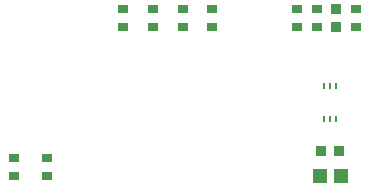
<source format=gtp>
%FSLAX25Y25*%
%MOIN*%
G70*
G01*
G75*
G04 Layer_Color=8421504*
%ADD10C,0.00500*%
%ADD11R,0.04500X0.05000*%
%ADD12R,0.03500X0.03200*%
%ADD13R,0.00984X0.02165*%
%ADD14R,0.03200X0.03000*%
%ADD15R,0.03200X0.03500*%
%ADD16C,0.01500*%
%ADD17C,0.02000*%
%ADD18C,0.01000*%
%ADD19R,0.06000X0.06000*%
%ADD20C,0.06000*%
%ADD21C,0.03937*%
%ADD22C,0.04000*%
%ADD23C,0.02400*%
%ADD24C,0.03200*%
%ADD25C,0.01200*%
%ADD26C,0.03000*%
%ADD27C,0.00400*%
%ADD28C,0.00200*%
%ADD29C,0.00800*%
D11*
X241500Y124000D02*
D03*
X234500D02*
D03*
D12*
X235000Y132500D02*
D03*
X241000D02*
D03*
D13*
X236032Y153913D02*
D03*
X238000D02*
D03*
X239968D02*
D03*
X236032Y143087D02*
D03*
X238000D02*
D03*
X239968D02*
D03*
D14*
X246500Y179600D02*
D03*
Y173600D02*
D03*
X233500Y179600D02*
D03*
Y173600D02*
D03*
X227000Y179600D02*
D03*
Y173600D02*
D03*
X198500D02*
D03*
Y179600D02*
D03*
X189000D02*
D03*
Y173600D02*
D03*
X179000Y179600D02*
D03*
Y173600D02*
D03*
X169000Y179600D02*
D03*
Y173600D02*
D03*
X143500Y124100D02*
D03*
Y129900D02*
D03*
X132500Y130000D02*
D03*
Y124000D02*
D03*
D15*
X240000Y173600D02*
D03*
Y179600D02*
D03*
M02*

</source>
